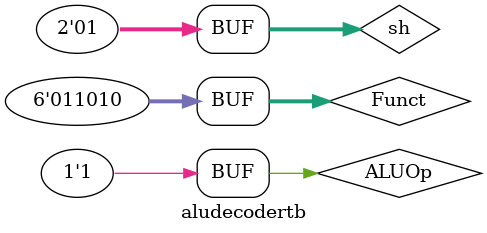
<source format=sv>
module aludecodertb();

logic ALUOp;
logic [1:0] sh, FlagW;
logic [5:0] Funct;
logic [3:0] ALUControl;

ALU_Decoder DUT(ALUOp, Funct, sh, ALUControl, FlagW);

initial begin
ALUOp = 1'b0;
#10;
ALUOp = 1'b1;
Funct = 6'b001000;//Add
#10;
Funct = 6'b000101;
#10;
Funct = 6'b011010;
sh = 2'b01;
#10;

end

endmodule 
</source>
